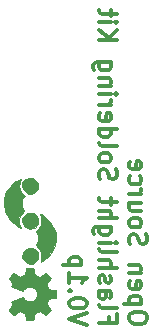
<source format=gbr>
G04 #@! TF.FileFunction,Legend,Bot*
%FSLAX46Y46*%
G04 Gerber Fmt 4.6, Leading zero omitted, Abs format (unit mm)*
G04 Created by KiCad (PCBNEW 4.0.7) date 03/01/18 12:10:17*
%MOMM*%
%LPD*%
G01*
G04 APERTURE LIST*
%ADD10C,0.100000*%
%ADD11C,0.300000*%
G04 APERTURE END LIST*
D10*
D11*
X141971429Y-86957143D02*
X141971429Y-86671429D01*
X141900000Y-86528571D01*
X141757143Y-86385714D01*
X141471429Y-86314286D01*
X140971429Y-86314286D01*
X140685714Y-86385714D01*
X140542857Y-86528571D01*
X140471429Y-86671429D01*
X140471429Y-86957143D01*
X140542857Y-87100000D01*
X140685714Y-87242857D01*
X140971429Y-87314286D01*
X141471429Y-87314286D01*
X141757143Y-87242857D01*
X141900000Y-87100000D01*
X141971429Y-86957143D01*
X141471429Y-85671428D02*
X139971429Y-85671428D01*
X141400000Y-85671428D02*
X141471429Y-85528571D01*
X141471429Y-85242857D01*
X141400000Y-85100000D01*
X141328571Y-85028571D01*
X141185714Y-84957142D01*
X140757143Y-84957142D01*
X140614286Y-85028571D01*
X140542857Y-85100000D01*
X140471429Y-85242857D01*
X140471429Y-85528571D01*
X140542857Y-85671428D01*
X140542857Y-83742857D02*
X140471429Y-83885714D01*
X140471429Y-84171428D01*
X140542857Y-84314285D01*
X140685714Y-84385714D01*
X141257143Y-84385714D01*
X141400000Y-84314285D01*
X141471429Y-84171428D01*
X141471429Y-83885714D01*
X141400000Y-83742857D01*
X141257143Y-83671428D01*
X141114286Y-83671428D01*
X140971429Y-84385714D01*
X141471429Y-83028571D02*
X140471429Y-83028571D01*
X141328571Y-83028571D02*
X141400000Y-82957143D01*
X141471429Y-82814285D01*
X141471429Y-82600000D01*
X141400000Y-82457143D01*
X141257143Y-82385714D01*
X140471429Y-82385714D01*
X140542857Y-80600000D02*
X140471429Y-80385714D01*
X140471429Y-80028571D01*
X140542857Y-79885714D01*
X140614286Y-79814285D01*
X140757143Y-79742857D01*
X140900000Y-79742857D01*
X141042857Y-79814285D01*
X141114286Y-79885714D01*
X141185714Y-80028571D01*
X141257143Y-80314285D01*
X141328571Y-80457143D01*
X141400000Y-80528571D01*
X141542857Y-80600000D01*
X141685714Y-80600000D01*
X141828571Y-80528571D01*
X141900000Y-80457143D01*
X141971429Y-80314285D01*
X141971429Y-79957143D01*
X141900000Y-79742857D01*
X140471429Y-78885714D02*
X140542857Y-79028572D01*
X140614286Y-79100000D01*
X140757143Y-79171429D01*
X141185714Y-79171429D01*
X141328571Y-79100000D01*
X141400000Y-79028572D01*
X141471429Y-78885714D01*
X141471429Y-78671429D01*
X141400000Y-78528572D01*
X141328571Y-78457143D01*
X141185714Y-78385714D01*
X140757143Y-78385714D01*
X140614286Y-78457143D01*
X140542857Y-78528572D01*
X140471429Y-78671429D01*
X140471429Y-78885714D01*
X141471429Y-77100000D02*
X140471429Y-77100000D01*
X141471429Y-77742857D02*
X140685714Y-77742857D01*
X140542857Y-77671429D01*
X140471429Y-77528571D01*
X140471429Y-77314286D01*
X140542857Y-77171429D01*
X140614286Y-77100000D01*
X140471429Y-76385714D02*
X141471429Y-76385714D01*
X141185714Y-76385714D02*
X141328571Y-76314286D01*
X141400000Y-76242857D01*
X141471429Y-76100000D01*
X141471429Y-75957143D01*
X140542857Y-74814286D02*
X140471429Y-74957143D01*
X140471429Y-75242857D01*
X140542857Y-75385715D01*
X140614286Y-75457143D01*
X140757143Y-75528572D01*
X141185714Y-75528572D01*
X141328571Y-75457143D01*
X141400000Y-75385715D01*
X141471429Y-75242857D01*
X141471429Y-74957143D01*
X141400000Y-74814286D01*
X140542857Y-73600001D02*
X140471429Y-73742858D01*
X140471429Y-74028572D01*
X140542857Y-74171429D01*
X140685714Y-74242858D01*
X141257143Y-74242858D01*
X141400000Y-74171429D01*
X141471429Y-74028572D01*
X141471429Y-73742858D01*
X141400000Y-73600001D01*
X141257143Y-73528572D01*
X141114286Y-73528572D01*
X140971429Y-74242858D01*
X138707143Y-86742857D02*
X138707143Y-87242857D01*
X137921429Y-87242857D02*
X139421429Y-87242857D01*
X139421429Y-86528571D01*
X137921429Y-85742857D02*
X137992857Y-85885715D01*
X138135714Y-85957143D01*
X139421429Y-85957143D01*
X137921429Y-84528572D02*
X138707143Y-84528572D01*
X138850000Y-84600001D01*
X138921429Y-84742858D01*
X138921429Y-85028572D01*
X138850000Y-85171429D01*
X137992857Y-84528572D02*
X137921429Y-84671429D01*
X137921429Y-85028572D01*
X137992857Y-85171429D01*
X138135714Y-85242858D01*
X138278571Y-85242858D01*
X138421429Y-85171429D01*
X138492857Y-85028572D01*
X138492857Y-84671429D01*
X138564286Y-84528572D01*
X137992857Y-83885715D02*
X137921429Y-83742858D01*
X137921429Y-83457143D01*
X137992857Y-83314286D01*
X138135714Y-83242858D01*
X138207143Y-83242858D01*
X138350000Y-83314286D01*
X138421429Y-83457143D01*
X138421429Y-83671429D01*
X138492857Y-83814286D01*
X138635714Y-83885715D01*
X138707143Y-83885715D01*
X138850000Y-83814286D01*
X138921429Y-83671429D01*
X138921429Y-83457143D01*
X138850000Y-83314286D01*
X137921429Y-82600000D02*
X139421429Y-82600000D01*
X137921429Y-81957143D02*
X138707143Y-81957143D01*
X138850000Y-82028572D01*
X138921429Y-82171429D01*
X138921429Y-82385714D01*
X138850000Y-82528572D01*
X138778571Y-82600000D01*
X137921429Y-81028571D02*
X137992857Y-81171429D01*
X138135714Y-81242857D01*
X139421429Y-81242857D01*
X137921429Y-80457143D02*
X138921429Y-80457143D01*
X139421429Y-80457143D02*
X139350000Y-80528572D01*
X139278571Y-80457143D01*
X139350000Y-80385715D01*
X139421429Y-80457143D01*
X139278571Y-80457143D01*
X138921429Y-79100000D02*
X137707143Y-79100000D01*
X137564286Y-79171429D01*
X137492857Y-79242857D01*
X137421429Y-79385714D01*
X137421429Y-79600000D01*
X137492857Y-79742857D01*
X137992857Y-79100000D02*
X137921429Y-79242857D01*
X137921429Y-79528571D01*
X137992857Y-79671429D01*
X138064286Y-79742857D01*
X138207143Y-79814286D01*
X138635714Y-79814286D01*
X138778571Y-79742857D01*
X138850000Y-79671429D01*
X138921429Y-79528571D01*
X138921429Y-79242857D01*
X138850000Y-79100000D01*
X137921429Y-78385714D02*
X139421429Y-78385714D01*
X137921429Y-77742857D02*
X138707143Y-77742857D01*
X138850000Y-77814286D01*
X138921429Y-77957143D01*
X138921429Y-78171428D01*
X138850000Y-78314286D01*
X138778571Y-78385714D01*
X138921429Y-77242857D02*
X138921429Y-76671428D01*
X139421429Y-77028571D02*
X138135714Y-77028571D01*
X137992857Y-76957143D01*
X137921429Y-76814285D01*
X137921429Y-76671428D01*
X137992857Y-75100000D02*
X137921429Y-74885714D01*
X137921429Y-74528571D01*
X137992857Y-74385714D01*
X138064286Y-74314285D01*
X138207143Y-74242857D01*
X138350000Y-74242857D01*
X138492857Y-74314285D01*
X138564286Y-74385714D01*
X138635714Y-74528571D01*
X138707143Y-74814285D01*
X138778571Y-74957143D01*
X138850000Y-75028571D01*
X138992857Y-75100000D01*
X139135714Y-75100000D01*
X139278571Y-75028571D01*
X139350000Y-74957143D01*
X139421429Y-74814285D01*
X139421429Y-74457143D01*
X139350000Y-74242857D01*
X137921429Y-73385714D02*
X137992857Y-73528572D01*
X138064286Y-73600000D01*
X138207143Y-73671429D01*
X138635714Y-73671429D01*
X138778571Y-73600000D01*
X138850000Y-73528572D01*
X138921429Y-73385714D01*
X138921429Y-73171429D01*
X138850000Y-73028572D01*
X138778571Y-72957143D01*
X138635714Y-72885714D01*
X138207143Y-72885714D01*
X138064286Y-72957143D01*
X137992857Y-73028572D01*
X137921429Y-73171429D01*
X137921429Y-73385714D01*
X137921429Y-72028571D02*
X137992857Y-72171429D01*
X138135714Y-72242857D01*
X139421429Y-72242857D01*
X137921429Y-70814286D02*
X139421429Y-70814286D01*
X137992857Y-70814286D02*
X137921429Y-70957143D01*
X137921429Y-71242857D01*
X137992857Y-71385715D01*
X138064286Y-71457143D01*
X138207143Y-71528572D01*
X138635714Y-71528572D01*
X138778571Y-71457143D01*
X138850000Y-71385715D01*
X138921429Y-71242857D01*
X138921429Y-70957143D01*
X138850000Y-70814286D01*
X137992857Y-69528572D02*
X137921429Y-69671429D01*
X137921429Y-69957143D01*
X137992857Y-70100000D01*
X138135714Y-70171429D01*
X138707143Y-70171429D01*
X138850000Y-70100000D01*
X138921429Y-69957143D01*
X138921429Y-69671429D01*
X138850000Y-69528572D01*
X138707143Y-69457143D01*
X138564286Y-69457143D01*
X138421429Y-70171429D01*
X137921429Y-68814286D02*
X138921429Y-68814286D01*
X138635714Y-68814286D02*
X138778571Y-68742858D01*
X138850000Y-68671429D01*
X138921429Y-68528572D01*
X138921429Y-68385715D01*
X137921429Y-67885715D02*
X138921429Y-67885715D01*
X139421429Y-67885715D02*
X139350000Y-67957144D01*
X139278571Y-67885715D01*
X139350000Y-67814287D01*
X139421429Y-67885715D01*
X139278571Y-67885715D01*
X138921429Y-67171429D02*
X137921429Y-67171429D01*
X138778571Y-67171429D02*
X138850000Y-67100001D01*
X138921429Y-66957143D01*
X138921429Y-66742858D01*
X138850000Y-66600001D01*
X138707143Y-66528572D01*
X137921429Y-66528572D01*
X138921429Y-65171429D02*
X137707143Y-65171429D01*
X137564286Y-65242858D01*
X137492857Y-65314286D01*
X137421429Y-65457143D01*
X137421429Y-65671429D01*
X137492857Y-65814286D01*
X137992857Y-65171429D02*
X137921429Y-65314286D01*
X137921429Y-65600000D01*
X137992857Y-65742858D01*
X138064286Y-65814286D01*
X138207143Y-65885715D01*
X138635714Y-65885715D01*
X138778571Y-65814286D01*
X138850000Y-65742858D01*
X138921429Y-65600000D01*
X138921429Y-65314286D01*
X138850000Y-65171429D01*
X137921429Y-63314286D02*
X139421429Y-63314286D01*
X137921429Y-62457143D02*
X138778571Y-63100000D01*
X139421429Y-62457143D02*
X138564286Y-63314286D01*
X137921429Y-61814286D02*
X138921429Y-61814286D01*
X139421429Y-61814286D02*
X139350000Y-61885715D01*
X139278571Y-61814286D01*
X139350000Y-61742858D01*
X139421429Y-61814286D01*
X139278571Y-61814286D01*
X138921429Y-61314286D02*
X138921429Y-60742857D01*
X139421429Y-61100000D02*
X138135714Y-61100000D01*
X137992857Y-61028572D01*
X137921429Y-60885714D01*
X137921429Y-60742857D01*
X136871429Y-87457143D02*
X135371429Y-86957143D01*
X136871429Y-86457143D01*
X136871429Y-85671429D02*
X136871429Y-85528572D01*
X136800000Y-85385715D01*
X136728571Y-85314286D01*
X136585714Y-85242857D01*
X136300000Y-85171429D01*
X135942857Y-85171429D01*
X135657143Y-85242857D01*
X135514286Y-85314286D01*
X135442857Y-85385715D01*
X135371429Y-85528572D01*
X135371429Y-85671429D01*
X135442857Y-85814286D01*
X135514286Y-85885715D01*
X135657143Y-85957143D01*
X135942857Y-86028572D01*
X136300000Y-86028572D01*
X136585714Y-85957143D01*
X136728571Y-85885715D01*
X136800000Y-85814286D01*
X136871429Y-85671429D01*
X135514286Y-84528572D02*
X135442857Y-84457144D01*
X135371429Y-84528572D01*
X135442857Y-84600001D01*
X135514286Y-84528572D01*
X135371429Y-84528572D01*
X135371429Y-83028572D02*
X135371429Y-83885715D01*
X135371429Y-83457143D02*
X136871429Y-83457143D01*
X136657143Y-83600000D01*
X136514286Y-83742858D01*
X136442857Y-83885715D01*
X136371429Y-82385715D02*
X134871429Y-82385715D01*
X136300000Y-82385715D02*
X136371429Y-82242858D01*
X136371429Y-81957144D01*
X136300000Y-81814287D01*
X136228571Y-81742858D01*
X136085714Y-81671429D01*
X135657143Y-81671429D01*
X135514286Y-81742858D01*
X135442857Y-81814287D01*
X135371429Y-81957144D01*
X135371429Y-82242858D01*
X135442857Y-82385715D01*
D10*
G36*
X132035181Y-82600007D02*
X131958474Y-82600403D01*
X131889722Y-82601801D01*
X131878725Y-82602164D01*
X131729808Y-82607444D01*
X131705838Y-82735347D01*
X131687162Y-82834620D01*
X131670406Y-82922923D01*
X131655790Y-82999120D01*
X131643536Y-83062073D01*
X131633865Y-83110647D01*
X131626998Y-83143706D01*
X131623157Y-83160112D01*
X131623043Y-83160491D01*
X131613304Y-83174188D01*
X131591215Y-83189335D01*
X131555249Y-83206728D01*
X131503877Y-83227165D01*
X131474285Y-83237936D01*
X131430504Y-83254603D01*
X131379074Y-83275784D01*
X131328582Y-83297893D01*
X131309306Y-83306790D01*
X131257218Y-83330597D01*
X131217492Y-83346115D01*
X131186452Y-83353540D01*
X131160426Y-83353071D01*
X131135739Y-83344906D01*
X131108717Y-83329242D01*
X131092862Y-83318435D01*
X131001966Y-83255237D01*
X130921984Y-83200378D01*
X130853637Y-83154339D01*
X130797647Y-83117599D01*
X130754733Y-83090637D01*
X130725617Y-83073932D01*
X130723503Y-83072849D01*
X130675755Y-83048785D01*
X130476568Y-83245135D01*
X130426844Y-83294526D01*
X130381299Y-83340485D01*
X130341564Y-83381309D01*
X130309272Y-83415293D01*
X130286054Y-83440735D01*
X130273541Y-83455931D01*
X130271884Y-83458806D01*
X130270701Y-83467944D01*
X130273092Y-83479912D01*
X130280073Y-83496426D01*
X130292657Y-83519200D01*
X130311859Y-83549949D01*
X130338693Y-83590390D01*
X130374173Y-83642235D01*
X130415935Y-83702357D01*
X130449904Y-83751611D01*
X130482000Y-83799163D01*
X130510086Y-83841770D01*
X130532025Y-83876189D01*
X130545682Y-83899177D01*
X130546006Y-83899777D01*
X130571678Y-83947518D01*
X130550385Y-83985955D01*
X130530473Y-84022703D01*
X130510239Y-84061401D01*
X130491363Y-84098658D01*
X130475527Y-84131082D01*
X130464410Y-84155281D01*
X130459694Y-84167863D01*
X130459763Y-84168854D01*
X130471534Y-84175003D01*
X130498237Y-84187136D01*
X130537972Y-84204470D01*
X130588837Y-84226221D01*
X130648931Y-84251605D01*
X130716354Y-84279837D01*
X130789205Y-84310134D01*
X130865583Y-84341711D01*
X130943587Y-84373786D01*
X131021316Y-84405572D01*
X131096870Y-84436288D01*
X131168347Y-84465147D01*
X131233848Y-84491368D01*
X131291470Y-84514165D01*
X131339313Y-84532754D01*
X131371214Y-84544788D01*
X131444762Y-84571906D01*
X131488376Y-84508076D01*
X131549416Y-84428840D01*
X131617637Y-84358103D01*
X131690108Y-84298370D01*
X131763898Y-84252145D01*
X131814832Y-84229141D01*
X131847663Y-84219063D01*
X131890194Y-84208981D01*
X131934085Y-84200836D01*
X131940954Y-84199802D01*
X132044533Y-84193759D01*
X132146835Y-84205013D01*
X132245590Y-84232763D01*
X132338529Y-84276205D01*
X132423384Y-84334536D01*
X132484495Y-84392003D01*
X132546193Y-84471073D01*
X132594599Y-84559336D01*
X132628736Y-84653765D01*
X132647623Y-84751333D01*
X132650282Y-84849015D01*
X132646052Y-84891296D01*
X132622503Y-84999132D01*
X132584102Y-85097497D01*
X132531588Y-85185467D01*
X132465702Y-85262117D01*
X132387184Y-85326523D01*
X132296773Y-85377762D01*
X132237354Y-85401722D01*
X132155227Y-85423011D01*
X132065159Y-85433811D01*
X131974296Y-85433708D01*
X131889784Y-85422292D01*
X131887888Y-85421874D01*
X131792840Y-85391567D01*
X131703839Y-85344798D01*
X131622480Y-85282694D01*
X131550357Y-85206379D01*
X131515107Y-85158613D01*
X131491156Y-85124349D01*
X131469315Y-85095344D01*
X131452423Y-85075246D01*
X131444829Y-85068283D01*
X131440988Y-85065759D01*
X131437280Y-85063825D01*
X131432340Y-85062991D01*
X131424800Y-85063768D01*
X131413296Y-85066665D01*
X131396461Y-85072192D01*
X131372929Y-85080861D01*
X131341335Y-85093181D01*
X131300312Y-85109663D01*
X131248494Y-85130816D01*
X131184516Y-85157151D01*
X131107011Y-85189179D01*
X131014614Y-85227409D01*
X130975357Y-85243651D01*
X130873702Y-85285748D01*
X130787444Y-85321580D01*
X130715191Y-85351749D01*
X130655547Y-85376861D01*
X130607118Y-85397518D01*
X130568511Y-85414325D01*
X130538330Y-85427885D01*
X130515182Y-85438802D01*
X130497672Y-85447680D01*
X130484406Y-85455122D01*
X130478327Y-85458877D01*
X130457548Y-85472187D01*
X130512345Y-85574916D01*
X130533043Y-85614597D01*
X130550160Y-85649089D01*
X130562054Y-85674956D01*
X130567079Y-85688760D01*
X130567143Y-85689449D01*
X130562289Y-85700903D01*
X130548805Y-85724832D01*
X130528307Y-85758738D01*
X130502412Y-85800124D01*
X130472736Y-85846493D01*
X130440896Y-85895346D01*
X130408508Y-85944186D01*
X130377189Y-85990516D01*
X130348554Y-86031839D01*
X130324221Y-86065655D01*
X130319959Y-86071370D01*
X130295969Y-86105544D01*
X130278194Y-86135341D01*
X130268905Y-86156785D01*
X130268074Y-86162084D01*
X130272486Y-86173171D01*
X130286031Y-86192228D01*
X130309480Y-86220123D01*
X130343598Y-86257723D01*
X130389156Y-86305894D01*
X130446919Y-86365502D01*
X130461792Y-86380696D01*
X130511489Y-86430863D01*
X130557401Y-86476205D01*
X130597882Y-86515170D01*
X130631284Y-86546206D01*
X130655959Y-86567762D01*
X130670261Y-86578287D01*
X130672414Y-86579074D01*
X130699645Y-86578323D01*
X130722592Y-86570025D01*
X130746715Y-86553733D01*
X130765532Y-86540047D01*
X130796305Y-86518302D01*
X130836146Y-86490484D01*
X130882166Y-86458581D01*
X130931474Y-86424577D01*
X130981183Y-86390460D01*
X131028402Y-86358215D01*
X131070243Y-86329830D01*
X131103816Y-86307290D01*
X131126232Y-86292582D01*
X131130195Y-86290089D01*
X131162570Y-86270123D01*
X131344719Y-86341798D01*
X131401802Y-86364503D01*
X131456082Y-86386539D01*
X131504227Y-86406521D01*
X131542907Y-86423061D01*
X131568789Y-86434773D01*
X131572701Y-86436698D01*
X131587961Y-86444462D01*
X131600242Y-86451917D01*
X131610266Y-86461138D01*
X131618754Y-86474197D01*
X131626427Y-86493168D01*
X131634005Y-86520126D01*
X131642211Y-86557144D01*
X131651764Y-86606295D01*
X131663387Y-86669654D01*
X131673883Y-86727678D01*
X131685098Y-86788702D01*
X131696027Y-86846464D01*
X131706012Y-86897608D01*
X131714394Y-86938778D01*
X131720512Y-86966616D01*
X131722002Y-86972607D01*
X131734001Y-87017964D01*
X132033828Y-87020353D01*
X132333655Y-87022741D01*
X132352787Y-86929638D01*
X132360643Y-86890352D01*
X132370794Y-86838020D01*
X132382324Y-86777455D01*
X132394316Y-86713468D01*
X132405080Y-86655107D01*
X132415524Y-86598891D01*
X132425317Y-86547900D01*
X132433851Y-86505160D01*
X132440521Y-86473694D01*
X132444719Y-86456528D01*
X132445159Y-86455205D01*
X132449168Y-86448493D01*
X132457356Y-86441007D01*
X132471376Y-86431950D01*
X132492876Y-86420522D01*
X132523508Y-86405926D01*
X132564923Y-86387362D01*
X132618771Y-86364031D01*
X132686702Y-86335136D01*
X132738306Y-86313364D01*
X132783460Y-86294773D01*
X132823566Y-86279043D01*
X132855263Y-86267436D01*
X132875186Y-86261210D01*
X132879413Y-86260500D01*
X132892514Y-86265432D01*
X132916988Y-86278894D01*
X132949438Y-86298878D01*
X132986465Y-86323380D01*
X132989714Y-86325606D01*
X133087434Y-86392469D01*
X133170694Y-86448818D01*
X133239717Y-86494800D01*
X133294725Y-86530558D01*
X133335941Y-86556237D01*
X133363589Y-86571981D01*
X133377890Y-86577936D01*
X133378689Y-86578000D01*
X133389143Y-86571935D01*
X133410441Y-86555023D01*
X133440536Y-86529182D01*
X133477383Y-86496332D01*
X133518935Y-86458394D01*
X133563147Y-86417287D01*
X133607973Y-86374931D01*
X133651366Y-86333245D01*
X133691282Y-86294151D01*
X133725674Y-86259568D01*
X133752495Y-86231415D01*
X133769701Y-86211613D01*
X133771164Y-86209699D01*
X133786596Y-86184971D01*
X133795612Y-86162726D01*
X133796571Y-86156145D01*
X133791289Y-86140327D01*
X133777203Y-86114988D01*
X133756956Y-86084683D01*
X133748439Y-86073134D01*
X133723758Y-86039143D01*
X133693712Y-85995653D01*
X133662378Y-85948660D01*
X133637838Y-85910533D01*
X133609450Y-85866530D01*
X133579729Y-85822162D01*
X133552407Y-85782907D01*
X133533083Y-85756651D01*
X133503888Y-85717691D01*
X133484983Y-85689056D01*
X133474701Y-85667422D01*
X133471380Y-85649466D01*
X133472565Y-85635797D01*
X133477466Y-85620221D01*
X133488828Y-85590163D01*
X133505778Y-85547734D01*
X133527442Y-85495046D01*
X133552947Y-85434211D01*
X133581420Y-85367341D01*
X133611988Y-85296547D01*
X133629018Y-85257518D01*
X133641197Y-85229716D01*
X133923327Y-85178967D01*
X134000682Y-85164714D01*
X134069833Y-85151307D01*
X134128894Y-85139148D01*
X134175980Y-85128643D01*
X134209205Y-85120198D01*
X134226684Y-85114217D01*
X134227800Y-85113578D01*
X134250142Y-85098939D01*
X134250142Y-84814508D01*
X134249997Y-84731763D01*
X134249513Y-84665475D01*
X134248622Y-84613958D01*
X134247254Y-84575530D01*
X134245340Y-84548504D01*
X134242810Y-84531196D01*
X134239594Y-84521923D01*
X134237986Y-84519989D01*
X134222325Y-84513065D01*
X134190278Y-84504037D01*
X134143432Y-84493250D01*
X134083378Y-84481046D01*
X134011704Y-84467772D01*
X133939717Y-84455383D01*
X133884611Y-84445860D01*
X133824454Y-84434919D01*
X133767769Y-84424136D01*
X133734914Y-84417564D01*
X133700004Y-84410555D01*
X133673989Y-84404427D01*
X133654510Y-84396706D01*
X133639208Y-84384918D01*
X133625723Y-84366589D01*
X133611696Y-84339246D01*
X133594769Y-84300414D01*
X133572581Y-84247620D01*
X133572368Y-84247116D01*
X133552006Y-84198961D01*
X133530311Y-84147699D01*
X133510527Y-84100995D01*
X133501124Y-84078821D01*
X133486927Y-84042722D01*
X133476148Y-84010288D01*
X133470564Y-83987056D01*
X133470166Y-83982490D01*
X133476088Y-83962320D01*
X133493464Y-83930382D01*
X133521419Y-83888219D01*
X133531864Y-83873633D01*
X133571016Y-83818887D01*
X133612296Y-83759614D01*
X133653480Y-83699144D01*
X133692343Y-83640806D01*
X133726662Y-83587929D01*
X133754213Y-83543843D01*
X133769302Y-83518185D01*
X133798840Y-83465548D01*
X133777295Y-83441390D01*
X133746492Y-83407525D01*
X133709068Y-83367443D01*
X133667035Y-83323196D01*
X133622409Y-83276835D01*
X133577205Y-83230411D01*
X133533435Y-83185975D01*
X133493115Y-83145581D01*
X133458259Y-83111278D01*
X133430882Y-83085118D01*
X133412997Y-83069153D01*
X133408472Y-83065773D01*
X133392796Y-83057462D01*
X133377582Y-83053913D01*
X133360332Y-83056158D01*
X133338548Y-83065233D01*
X133309731Y-83082172D01*
X133271384Y-83108009D01*
X133222292Y-83142857D01*
X133145924Y-83197569D01*
X133082800Y-83242553D01*
X133031508Y-83278778D01*
X132990637Y-83307211D01*
X132958774Y-83328819D01*
X132934509Y-83344569D01*
X132916429Y-83355429D01*
X132903122Y-83362366D01*
X132899850Y-83363828D01*
X132882452Y-83370172D01*
X132867300Y-83371153D01*
X132848650Y-83365842D01*
X132820758Y-83353311D01*
X132813671Y-83349909D01*
X132783622Y-83336161D01*
X132741963Y-83318090D01*
X132693989Y-83297951D01*
X132644999Y-83277998D01*
X132640505Y-83276202D01*
X132573143Y-83248498D01*
X132521541Y-83225232D01*
X132484119Y-83205516D01*
X132459294Y-83188460D01*
X132445483Y-83173175D01*
X132441839Y-83164540D01*
X132438111Y-83147160D01*
X132431721Y-83115198D01*
X132423287Y-83071914D01*
X132413426Y-83020570D01*
X132402757Y-82964427D01*
X132391896Y-82906745D01*
X132381461Y-82850786D01*
X132372069Y-82799812D01*
X132364338Y-82757084D01*
X132359882Y-82731714D01*
X132352699Y-82693239D01*
X132345306Y-82659103D01*
X132339016Y-82635237D01*
X132337585Y-82631079D01*
X132328528Y-82607552D01*
X132178085Y-82602218D01*
X132111250Y-82600613D01*
X132035181Y-82600007D01*
X132035181Y-82600007D01*
X132035181Y-82600007D01*
G37*
X132035181Y-82600007D02*
X131958474Y-82600403D01*
X131889722Y-82601801D01*
X131878725Y-82602164D01*
X131729808Y-82607444D01*
X131705838Y-82735347D01*
X131687162Y-82834620D01*
X131670406Y-82922923D01*
X131655790Y-82999120D01*
X131643536Y-83062073D01*
X131633865Y-83110647D01*
X131626998Y-83143706D01*
X131623157Y-83160112D01*
X131623043Y-83160491D01*
X131613304Y-83174188D01*
X131591215Y-83189335D01*
X131555249Y-83206728D01*
X131503877Y-83227165D01*
X131474285Y-83237936D01*
X131430504Y-83254603D01*
X131379074Y-83275784D01*
X131328582Y-83297893D01*
X131309306Y-83306790D01*
X131257218Y-83330597D01*
X131217492Y-83346115D01*
X131186452Y-83353540D01*
X131160426Y-83353071D01*
X131135739Y-83344906D01*
X131108717Y-83329242D01*
X131092862Y-83318435D01*
X131001966Y-83255237D01*
X130921984Y-83200378D01*
X130853637Y-83154339D01*
X130797647Y-83117599D01*
X130754733Y-83090637D01*
X130725617Y-83073932D01*
X130723503Y-83072849D01*
X130675755Y-83048785D01*
X130476568Y-83245135D01*
X130426844Y-83294526D01*
X130381299Y-83340485D01*
X130341564Y-83381309D01*
X130309272Y-83415293D01*
X130286054Y-83440735D01*
X130273541Y-83455931D01*
X130271884Y-83458806D01*
X130270701Y-83467944D01*
X130273092Y-83479912D01*
X130280073Y-83496426D01*
X130292657Y-83519200D01*
X130311859Y-83549949D01*
X130338693Y-83590390D01*
X130374173Y-83642235D01*
X130415935Y-83702357D01*
X130449904Y-83751611D01*
X130482000Y-83799163D01*
X130510086Y-83841770D01*
X130532025Y-83876189D01*
X130545682Y-83899177D01*
X130546006Y-83899777D01*
X130571678Y-83947518D01*
X130550385Y-83985955D01*
X130530473Y-84022703D01*
X130510239Y-84061401D01*
X130491363Y-84098658D01*
X130475527Y-84131082D01*
X130464410Y-84155281D01*
X130459694Y-84167863D01*
X130459763Y-84168854D01*
X130471534Y-84175003D01*
X130498237Y-84187136D01*
X130537972Y-84204470D01*
X130588837Y-84226221D01*
X130648931Y-84251605D01*
X130716354Y-84279837D01*
X130789205Y-84310134D01*
X130865583Y-84341711D01*
X130943587Y-84373786D01*
X131021316Y-84405572D01*
X131096870Y-84436288D01*
X131168347Y-84465147D01*
X131233848Y-84491368D01*
X131291470Y-84514165D01*
X131339313Y-84532754D01*
X131371214Y-84544788D01*
X131444762Y-84571906D01*
X131488376Y-84508076D01*
X131549416Y-84428840D01*
X131617637Y-84358103D01*
X131690108Y-84298370D01*
X131763898Y-84252145D01*
X131814832Y-84229141D01*
X131847663Y-84219063D01*
X131890194Y-84208981D01*
X131934085Y-84200836D01*
X131940954Y-84199802D01*
X132044533Y-84193759D01*
X132146835Y-84205013D01*
X132245590Y-84232763D01*
X132338529Y-84276205D01*
X132423384Y-84334536D01*
X132484495Y-84392003D01*
X132546193Y-84471073D01*
X132594599Y-84559336D01*
X132628736Y-84653765D01*
X132647623Y-84751333D01*
X132650282Y-84849015D01*
X132646052Y-84891296D01*
X132622503Y-84999132D01*
X132584102Y-85097497D01*
X132531588Y-85185467D01*
X132465702Y-85262117D01*
X132387184Y-85326523D01*
X132296773Y-85377762D01*
X132237354Y-85401722D01*
X132155227Y-85423011D01*
X132065159Y-85433811D01*
X131974296Y-85433708D01*
X131889784Y-85422292D01*
X131887888Y-85421874D01*
X131792840Y-85391567D01*
X131703839Y-85344798D01*
X131622480Y-85282694D01*
X131550357Y-85206379D01*
X131515107Y-85158613D01*
X131491156Y-85124349D01*
X131469315Y-85095344D01*
X131452423Y-85075246D01*
X131444829Y-85068283D01*
X131440988Y-85065759D01*
X131437280Y-85063825D01*
X131432340Y-85062991D01*
X131424800Y-85063768D01*
X131413296Y-85066665D01*
X131396461Y-85072192D01*
X131372929Y-85080861D01*
X131341335Y-85093181D01*
X131300312Y-85109663D01*
X131248494Y-85130816D01*
X131184516Y-85157151D01*
X131107011Y-85189179D01*
X131014614Y-85227409D01*
X130975357Y-85243651D01*
X130873702Y-85285748D01*
X130787444Y-85321580D01*
X130715191Y-85351749D01*
X130655547Y-85376861D01*
X130607118Y-85397518D01*
X130568511Y-85414325D01*
X130538330Y-85427885D01*
X130515182Y-85438802D01*
X130497672Y-85447680D01*
X130484406Y-85455122D01*
X130478327Y-85458877D01*
X130457548Y-85472187D01*
X130512345Y-85574916D01*
X130533043Y-85614597D01*
X130550160Y-85649089D01*
X130562054Y-85674956D01*
X130567079Y-85688760D01*
X130567143Y-85689449D01*
X130562289Y-85700903D01*
X130548805Y-85724832D01*
X130528307Y-85758738D01*
X130502412Y-85800124D01*
X130472736Y-85846493D01*
X130440896Y-85895346D01*
X130408508Y-85944186D01*
X130377189Y-85990516D01*
X130348554Y-86031839D01*
X130324221Y-86065655D01*
X130319959Y-86071370D01*
X130295969Y-86105544D01*
X130278194Y-86135341D01*
X130268905Y-86156785D01*
X130268074Y-86162084D01*
X130272486Y-86173171D01*
X130286031Y-86192228D01*
X130309480Y-86220123D01*
X130343598Y-86257723D01*
X130389156Y-86305894D01*
X130446919Y-86365502D01*
X130461792Y-86380696D01*
X130511489Y-86430863D01*
X130557401Y-86476205D01*
X130597882Y-86515170D01*
X130631284Y-86546206D01*
X130655959Y-86567762D01*
X130670261Y-86578287D01*
X130672414Y-86579074D01*
X130699645Y-86578323D01*
X130722592Y-86570025D01*
X130746715Y-86553733D01*
X130765532Y-86540047D01*
X130796305Y-86518302D01*
X130836146Y-86490484D01*
X130882166Y-86458581D01*
X130931474Y-86424577D01*
X130981183Y-86390460D01*
X131028402Y-86358215D01*
X131070243Y-86329830D01*
X131103816Y-86307290D01*
X131126232Y-86292582D01*
X131130195Y-86290089D01*
X131162570Y-86270123D01*
X131344719Y-86341798D01*
X131401802Y-86364503D01*
X131456082Y-86386539D01*
X131504227Y-86406521D01*
X131542907Y-86423061D01*
X131568789Y-86434773D01*
X131572701Y-86436698D01*
X131587961Y-86444462D01*
X131600242Y-86451917D01*
X131610266Y-86461138D01*
X131618754Y-86474197D01*
X131626427Y-86493168D01*
X131634005Y-86520126D01*
X131642211Y-86557144D01*
X131651764Y-86606295D01*
X131663387Y-86669654D01*
X131673883Y-86727678D01*
X131685098Y-86788702D01*
X131696027Y-86846464D01*
X131706012Y-86897608D01*
X131714394Y-86938778D01*
X131720512Y-86966616D01*
X131722002Y-86972607D01*
X131734001Y-87017964D01*
X132033828Y-87020353D01*
X132333655Y-87022741D01*
X132352787Y-86929638D01*
X132360643Y-86890352D01*
X132370794Y-86838020D01*
X132382324Y-86777455D01*
X132394316Y-86713468D01*
X132405080Y-86655107D01*
X132415524Y-86598891D01*
X132425317Y-86547900D01*
X132433851Y-86505160D01*
X132440521Y-86473694D01*
X132444719Y-86456528D01*
X132445159Y-86455205D01*
X132449168Y-86448493D01*
X132457356Y-86441007D01*
X132471376Y-86431950D01*
X132492876Y-86420522D01*
X132523508Y-86405926D01*
X132564923Y-86387362D01*
X132618771Y-86364031D01*
X132686702Y-86335136D01*
X132738306Y-86313364D01*
X132783460Y-86294773D01*
X132823566Y-86279043D01*
X132855263Y-86267436D01*
X132875186Y-86261210D01*
X132879413Y-86260500D01*
X132892514Y-86265432D01*
X132916988Y-86278894D01*
X132949438Y-86298878D01*
X132986465Y-86323380D01*
X132989714Y-86325606D01*
X133087434Y-86392469D01*
X133170694Y-86448818D01*
X133239717Y-86494800D01*
X133294725Y-86530558D01*
X133335941Y-86556237D01*
X133363589Y-86571981D01*
X133377890Y-86577936D01*
X133378689Y-86578000D01*
X133389143Y-86571935D01*
X133410441Y-86555023D01*
X133440536Y-86529182D01*
X133477383Y-86496332D01*
X133518935Y-86458394D01*
X133563147Y-86417287D01*
X133607973Y-86374931D01*
X133651366Y-86333245D01*
X133691282Y-86294151D01*
X133725674Y-86259568D01*
X133752495Y-86231415D01*
X133769701Y-86211613D01*
X133771164Y-86209699D01*
X133786596Y-86184971D01*
X133795612Y-86162726D01*
X133796571Y-86156145D01*
X133791289Y-86140327D01*
X133777203Y-86114988D01*
X133756956Y-86084683D01*
X133748439Y-86073134D01*
X133723758Y-86039143D01*
X133693712Y-85995653D01*
X133662378Y-85948660D01*
X133637838Y-85910533D01*
X133609450Y-85866530D01*
X133579729Y-85822162D01*
X133552407Y-85782907D01*
X133533083Y-85756651D01*
X133503888Y-85717691D01*
X133484983Y-85689056D01*
X133474701Y-85667422D01*
X133471380Y-85649466D01*
X133472565Y-85635797D01*
X133477466Y-85620221D01*
X133488828Y-85590163D01*
X133505778Y-85547734D01*
X133527442Y-85495046D01*
X133552947Y-85434211D01*
X133581420Y-85367341D01*
X133611988Y-85296547D01*
X133629018Y-85257518D01*
X133641197Y-85229716D01*
X133923327Y-85178967D01*
X134000682Y-85164714D01*
X134069833Y-85151307D01*
X134128894Y-85139148D01*
X134175980Y-85128643D01*
X134209205Y-85120198D01*
X134226684Y-85114217D01*
X134227800Y-85113578D01*
X134250142Y-85098939D01*
X134250142Y-84814508D01*
X134249997Y-84731763D01*
X134249513Y-84665475D01*
X134248622Y-84613958D01*
X134247254Y-84575530D01*
X134245340Y-84548504D01*
X134242810Y-84531196D01*
X134239594Y-84521923D01*
X134237986Y-84519989D01*
X134222325Y-84513065D01*
X134190278Y-84504037D01*
X134143432Y-84493250D01*
X134083378Y-84481046D01*
X134011704Y-84467772D01*
X133939717Y-84455383D01*
X133884611Y-84445860D01*
X133824454Y-84434919D01*
X133767769Y-84424136D01*
X133734914Y-84417564D01*
X133700004Y-84410555D01*
X133673989Y-84404427D01*
X133654510Y-84396706D01*
X133639208Y-84384918D01*
X133625723Y-84366589D01*
X133611696Y-84339246D01*
X133594769Y-84300414D01*
X133572581Y-84247620D01*
X133572368Y-84247116D01*
X133552006Y-84198961D01*
X133530311Y-84147699D01*
X133510527Y-84100995D01*
X133501124Y-84078821D01*
X133486927Y-84042722D01*
X133476148Y-84010288D01*
X133470564Y-83987056D01*
X133470166Y-83982490D01*
X133476088Y-83962320D01*
X133493464Y-83930382D01*
X133521419Y-83888219D01*
X133531864Y-83873633D01*
X133571016Y-83818887D01*
X133612296Y-83759614D01*
X133653480Y-83699144D01*
X133692343Y-83640806D01*
X133726662Y-83587929D01*
X133754213Y-83543843D01*
X133769302Y-83518185D01*
X133798840Y-83465548D01*
X133777295Y-83441390D01*
X133746492Y-83407525D01*
X133709068Y-83367443D01*
X133667035Y-83323196D01*
X133622409Y-83276835D01*
X133577205Y-83230411D01*
X133533435Y-83185975D01*
X133493115Y-83145581D01*
X133458259Y-83111278D01*
X133430882Y-83085118D01*
X133412997Y-83069153D01*
X133408472Y-83065773D01*
X133392796Y-83057462D01*
X133377582Y-83053913D01*
X133360332Y-83056158D01*
X133338548Y-83065233D01*
X133309731Y-83082172D01*
X133271384Y-83108009D01*
X133222292Y-83142857D01*
X133145924Y-83197569D01*
X133082800Y-83242553D01*
X133031508Y-83278778D01*
X132990637Y-83307211D01*
X132958774Y-83328819D01*
X132934509Y-83344569D01*
X132916429Y-83355429D01*
X132903122Y-83362366D01*
X132899850Y-83363828D01*
X132882452Y-83370172D01*
X132867300Y-83371153D01*
X132848650Y-83365842D01*
X132820758Y-83353311D01*
X132813671Y-83349909D01*
X132783622Y-83336161D01*
X132741963Y-83318090D01*
X132693989Y-83297951D01*
X132644999Y-83277998D01*
X132640505Y-83276202D01*
X132573143Y-83248498D01*
X132521541Y-83225232D01*
X132484119Y-83205516D01*
X132459294Y-83188460D01*
X132445483Y-83173175D01*
X132441839Y-83164540D01*
X132438111Y-83147160D01*
X132431721Y-83115198D01*
X132423287Y-83071914D01*
X132413426Y-83020570D01*
X132402757Y-82964427D01*
X132391896Y-82906745D01*
X132381461Y-82850786D01*
X132372069Y-82799812D01*
X132364338Y-82757084D01*
X132359882Y-82731714D01*
X132352699Y-82693239D01*
X132345306Y-82659103D01*
X132339016Y-82635237D01*
X132337585Y-82631079D01*
X132328528Y-82607552D01*
X132178085Y-82602218D01*
X132111250Y-82600613D01*
X132035181Y-82600007D01*
X132035181Y-82600007D01*
G36*
X132993271Y-82092500D02*
X133087656Y-82052050D01*
X133241032Y-81947499D01*
X133422087Y-81804043D01*
X133599507Y-81646877D01*
X133741979Y-81501199D01*
X133770208Y-81467337D01*
X134009503Y-81083085D01*
X134175345Y-80644700D01*
X134258702Y-80189631D01*
X134250540Y-79755323D01*
X134220653Y-79599866D01*
X134039067Y-79126063D01*
X133747132Y-78687104D01*
X133500454Y-78428047D01*
X133312351Y-78266899D01*
X133144321Y-78141677D01*
X133030449Y-78077605D01*
X133024437Y-78075807D01*
X132937979Y-78066453D01*
X132932024Y-78126660D01*
X132956754Y-78198441D01*
X132993237Y-78358284D01*
X133014102Y-78573481D01*
X133016000Y-78653504D01*
X132970829Y-78962650D01*
X132825069Y-79217919D01*
X132649843Y-79385089D01*
X132551595Y-79475733D01*
X132547667Y-79544793D01*
X132605318Y-79618285D01*
X132714768Y-79823586D01*
X132748535Y-80082222D01*
X132703965Y-80343627D01*
X132649646Y-80462686D01*
X132521344Y-80680141D01*
X132737033Y-80883584D01*
X132898913Y-81065605D01*
X132986891Y-81255706D01*
X133013001Y-81493924D01*
X132997139Y-81748896D01*
X132982879Y-81937840D01*
X132983507Y-82062642D01*
X132993271Y-82092500D01*
X132993271Y-82092500D01*
X132993271Y-82092500D01*
G37*
X132993271Y-82092500D02*
X133087656Y-82052050D01*
X133241032Y-81947499D01*
X133422087Y-81804043D01*
X133599507Y-81646877D01*
X133741979Y-81501199D01*
X133770208Y-81467337D01*
X134009503Y-81083085D01*
X134175345Y-80644700D01*
X134258702Y-80189631D01*
X134250540Y-79755323D01*
X134220653Y-79599866D01*
X134039067Y-79126063D01*
X133747132Y-78687104D01*
X133500454Y-78428047D01*
X133312351Y-78266899D01*
X133144321Y-78141677D01*
X133030449Y-78077605D01*
X133024437Y-78075807D01*
X132937979Y-78066453D01*
X132932024Y-78126660D01*
X132956754Y-78198441D01*
X132993237Y-78358284D01*
X133014102Y-78573481D01*
X133016000Y-78653504D01*
X132970829Y-78962650D01*
X132825069Y-79217919D01*
X132649843Y-79385089D01*
X132551595Y-79475733D01*
X132547667Y-79544793D01*
X132605318Y-79618285D01*
X132714768Y-79823586D01*
X132748535Y-80082222D01*
X132703965Y-80343627D01*
X132649646Y-80462686D01*
X132521344Y-80680141D01*
X132737033Y-80883584D01*
X132898913Y-81065605D01*
X132986891Y-81255706D01*
X133013001Y-81493924D01*
X132997139Y-81748896D01*
X132982879Y-81937840D01*
X132983507Y-82062642D01*
X132993271Y-82092500D01*
X132993271Y-82092500D01*
G36*
X132135546Y-76343612D02*
X132366837Y-76276870D01*
X132559387Y-76128678D01*
X132695240Y-75921793D01*
X132756438Y-75678974D01*
X132725025Y-75422981D01*
X132673385Y-75304989D01*
X132506330Y-75123304D01*
X132270509Y-75011930D01*
X132008870Y-74980774D01*
X131764362Y-75039742D01*
X131696266Y-75079604D01*
X131493570Y-75286745D01*
X131397305Y-75530243D01*
X131403452Y-75783764D01*
X131507991Y-76020978D01*
X131706904Y-76215551D01*
X131883470Y-76306143D01*
X132135546Y-76343612D01*
X132135546Y-76343612D01*
X132135546Y-76343612D01*
G37*
X132135546Y-76343612D02*
X132366837Y-76276870D01*
X132559387Y-76128678D01*
X132695240Y-75921793D01*
X132756438Y-75678974D01*
X132725025Y-75422981D01*
X132673385Y-75304989D01*
X132506330Y-75123304D01*
X132270509Y-75011930D01*
X132008870Y-74980774D01*
X131764362Y-75039742D01*
X131696266Y-75079604D01*
X131493570Y-75286745D01*
X131397305Y-75530243D01*
X131403452Y-75783764D01*
X131507991Y-76020978D01*
X131706904Y-76215551D01*
X131883470Y-76306143D01*
X132135546Y-76343612D01*
X132135546Y-76343612D01*
G36*
X132023060Y-79297848D02*
X132299578Y-79260284D01*
X132445166Y-79192755D01*
X132642868Y-79009264D01*
X132747842Y-78767669D01*
X132755030Y-78501749D01*
X132659374Y-78245285D01*
X132599422Y-78162531D01*
X132387353Y-77991581D01*
X132149238Y-77924458D01*
X131908860Y-77948354D01*
X131690000Y-78050461D01*
X131516442Y-78217972D01*
X131411968Y-78438080D01*
X131400358Y-78697976D01*
X131422714Y-78796228D01*
X131558205Y-79055573D01*
X131767128Y-79226195D01*
X132023060Y-79297848D01*
X132023060Y-79297848D01*
X132023060Y-79297848D01*
G37*
X132023060Y-79297848D02*
X132299578Y-79260284D01*
X132445166Y-79192755D01*
X132642868Y-79009264D01*
X132747842Y-78767669D01*
X132755030Y-78501749D01*
X132659374Y-78245285D01*
X132599422Y-78162531D01*
X132387353Y-77991581D01*
X132149238Y-77924458D01*
X131908860Y-77948354D01*
X131690000Y-78050461D01*
X131516442Y-78217972D01*
X131411968Y-78438080D01*
X131400358Y-78697976D01*
X131422714Y-78796228D01*
X131558205Y-79055573D01*
X131767128Y-79226195D01*
X132023060Y-79297848D01*
X132023060Y-79297848D01*
G36*
X132060575Y-82283000D02*
X132272533Y-82235437D01*
X132492717Y-82115190D01*
X132659927Y-81955918D01*
X132662895Y-81951733D01*
X132736796Y-81759754D01*
X132753653Y-81515903D01*
X132711169Y-81282902D01*
X132689321Y-81230182D01*
X132536475Y-81049083D01*
X132306428Y-80932583D01*
X132040594Y-80899907D01*
X131988489Y-80904890D01*
X131716479Y-80986280D01*
X131530216Y-81154509D01*
X131420637Y-81395202D01*
X131383244Y-81591218D01*
X131416937Y-81762640D01*
X131453961Y-81848029D01*
X131604683Y-82057858D01*
X131812455Y-82213004D01*
X132033393Y-82281999D01*
X132060575Y-82283000D01*
X132060575Y-82283000D01*
X132060575Y-82283000D01*
G37*
X132060575Y-82283000D02*
X132272533Y-82235437D01*
X132492717Y-82115190D01*
X132659927Y-81955918D01*
X132662895Y-81951733D01*
X132736796Y-81759754D01*
X132753653Y-81515903D01*
X132711169Y-81282902D01*
X132689321Y-81230182D01*
X132536475Y-81049083D01*
X132306428Y-80932583D01*
X132040594Y-80899907D01*
X131988489Y-80904890D01*
X131716479Y-80986280D01*
X131530216Y-81154509D01*
X131420637Y-81395202D01*
X131383244Y-81591218D01*
X131416937Y-81762640D01*
X131453961Y-81848029D01*
X131604683Y-82057858D01*
X131812455Y-82213004D01*
X132033393Y-82281999D01*
X132060575Y-82283000D01*
X132060575Y-82283000D01*
G36*
X131294634Y-79234078D02*
X131202817Y-79014328D01*
X131139089Y-78802774D01*
X131111283Y-78593451D01*
X131111237Y-78586164D01*
X131156844Y-78360608D01*
X131272615Y-78116590D01*
X131427648Y-77912553D01*
X131500161Y-77850625D01*
X131573351Y-77788740D01*
X131575191Y-77724304D01*
X131502740Y-77612209D01*
X131482839Y-77585190D01*
X131372380Y-77340839D01*
X131351154Y-77061200D01*
X131419576Y-76797700D01*
X131475718Y-76703441D01*
X131603754Y-76530262D01*
X131392965Y-76300251D01*
X131196137Y-76005112D01*
X131123820Y-75686742D01*
X131176685Y-75348317D01*
X131185979Y-75321481D01*
X131280789Y-75057826D01*
X131097929Y-75121571D01*
X130887826Y-75236275D01*
X130646653Y-75431375D01*
X130404924Y-75676193D01*
X130193151Y-75940055D01*
X130050183Y-76174929D01*
X129961173Y-76373319D01*
X129907716Y-76552124D01*
X129881187Y-76756738D01*
X129872960Y-77032555D01*
X129872750Y-77108701D01*
X129877326Y-77400177D01*
X129897718Y-77612459D01*
X129943914Y-77793217D01*
X130025907Y-77990123D01*
X130081791Y-78106160D01*
X130370016Y-78555342D01*
X130746458Y-78916505D01*
X131059942Y-79113082D01*
X131294634Y-79234078D01*
X131294634Y-79234078D01*
X131294634Y-79234078D01*
G37*
X131294634Y-79234078D02*
X131202817Y-79014328D01*
X131139089Y-78802774D01*
X131111283Y-78593451D01*
X131111237Y-78586164D01*
X131156844Y-78360608D01*
X131272615Y-78116590D01*
X131427648Y-77912553D01*
X131500161Y-77850625D01*
X131573351Y-77788740D01*
X131575191Y-77724304D01*
X131502740Y-77612209D01*
X131482839Y-77585190D01*
X131372380Y-77340839D01*
X131351154Y-77061200D01*
X131419576Y-76797700D01*
X131475718Y-76703441D01*
X131603754Y-76530262D01*
X131392965Y-76300251D01*
X131196137Y-76005112D01*
X131123820Y-75686742D01*
X131176685Y-75348317D01*
X131185979Y-75321481D01*
X131280789Y-75057826D01*
X131097929Y-75121571D01*
X130887826Y-75236275D01*
X130646653Y-75431375D01*
X130404924Y-75676193D01*
X130193151Y-75940055D01*
X130050183Y-76174929D01*
X129961173Y-76373319D01*
X129907716Y-76552124D01*
X129881187Y-76756738D01*
X129872960Y-77032555D01*
X129872750Y-77108701D01*
X129877326Y-77400177D01*
X129897718Y-77612459D01*
X129943914Y-77793217D01*
X130025907Y-77990123D01*
X130081791Y-78106160D01*
X130370016Y-78555342D01*
X130746458Y-78916505D01*
X131059942Y-79113082D01*
X131294634Y-79234078D01*
X131294634Y-79234078D01*
M02*

</source>
